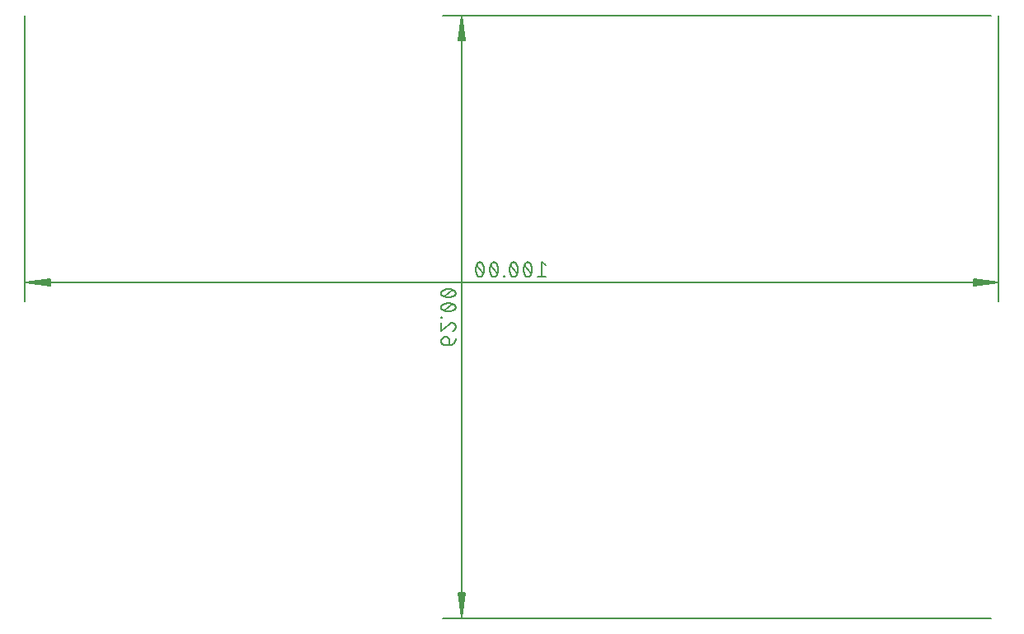
<source format=gbr>
G04 EAGLE Gerber RS-274X export*
G75*
%MOMM*%
%FSLAX34Y34*%
%LPD*%
%INSilkscreen Bottom*%
%IPPOS*%
%AMOC8*
5,1,8,0,0,1.08239X$1,22.5*%
G01*
%ADD10C,0.130000*%
%ADD11C,0.127000*%


D10*
X1000000Y620000D02*
X1000000Y325740D01*
X0Y325740D02*
X0Y620000D01*
X650Y345240D02*
X999350Y345240D01*
X974000Y348432D01*
X974000Y342048D01*
X999350Y345240D01*
X974000Y346540D01*
X974000Y343940D02*
X999350Y345240D01*
X974000Y347840D01*
X974000Y342640D02*
X999350Y345240D01*
X26000Y348432D02*
X650Y345240D01*
X26000Y348432D02*
X26000Y342048D01*
X650Y345240D01*
X26000Y346540D01*
X26000Y343940D02*
X650Y345240D01*
X26000Y347840D01*
X26000Y342640D02*
X650Y345240D01*
D11*
X530816Y366225D02*
X534979Y362895D01*
X530816Y366225D02*
X530816Y351239D01*
X526654Y351239D02*
X534979Y351239D01*
X520502Y358732D02*
X520498Y359027D01*
X520488Y359321D01*
X520470Y359616D01*
X520446Y359910D01*
X520414Y360203D01*
X520376Y360495D01*
X520330Y360786D01*
X520277Y361076D01*
X520218Y361365D01*
X520152Y361652D01*
X520079Y361938D01*
X519999Y362222D01*
X519912Y362504D01*
X519819Y362783D01*
X519719Y363061D01*
X519612Y363335D01*
X519499Y363608D01*
X519379Y363877D01*
X519253Y364144D01*
X519215Y364247D01*
X519174Y364348D01*
X519130Y364447D01*
X519082Y364546D01*
X519031Y364642D01*
X518976Y364736D01*
X518918Y364829D01*
X518857Y364919D01*
X518792Y365007D01*
X518725Y365093D01*
X518654Y365176D01*
X518581Y365257D01*
X518505Y365335D01*
X518426Y365411D01*
X518344Y365483D01*
X518260Y365553D01*
X518173Y365619D01*
X518085Y365683D01*
X517994Y365743D01*
X517900Y365800D01*
X517805Y365854D01*
X517708Y365904D01*
X517610Y365951D01*
X517510Y365994D01*
X517408Y366034D01*
X517305Y366070D01*
X517201Y366102D01*
X517095Y366131D01*
X516989Y366156D01*
X516882Y366177D01*
X516774Y366194D01*
X516666Y366208D01*
X516557Y366217D01*
X516448Y366223D01*
X516339Y366225D01*
X516230Y366223D01*
X516121Y366217D01*
X516012Y366208D01*
X515904Y366194D01*
X515796Y366177D01*
X515689Y366156D01*
X515582Y366131D01*
X515477Y366102D01*
X515373Y366070D01*
X515270Y366034D01*
X515168Y365994D01*
X515068Y365951D01*
X514969Y365904D01*
X514872Y365853D01*
X514777Y365800D01*
X514684Y365743D01*
X514593Y365682D01*
X514504Y365619D01*
X514418Y365552D01*
X514333Y365483D01*
X514252Y365410D01*
X514173Y365335D01*
X514097Y365257D01*
X514023Y365176D01*
X513953Y365093D01*
X513885Y365007D01*
X513820Y364919D01*
X513759Y364828D01*
X513701Y364736D01*
X513646Y364641D01*
X513595Y364545D01*
X513547Y364447D01*
X513503Y364347D01*
X513462Y364246D01*
X513425Y364143D01*
X513425Y364144D02*
X513299Y363877D01*
X513179Y363608D01*
X513066Y363335D01*
X512959Y363061D01*
X512859Y362783D01*
X512766Y362504D01*
X512679Y362222D01*
X512599Y361938D01*
X512526Y361652D01*
X512460Y361365D01*
X512401Y361076D01*
X512348Y360786D01*
X512302Y360495D01*
X512264Y360203D01*
X512232Y359910D01*
X512208Y359616D01*
X512190Y359321D01*
X512180Y359027D01*
X512176Y358732D01*
X520502Y358732D02*
X520498Y358437D01*
X520488Y358143D01*
X520470Y357848D01*
X520446Y357554D01*
X520414Y357261D01*
X520376Y356969D01*
X520330Y356678D01*
X520277Y356388D01*
X520218Y356099D01*
X520152Y355812D01*
X520079Y355526D01*
X519999Y355242D01*
X519912Y354960D01*
X519819Y354681D01*
X519719Y354403D01*
X519612Y354129D01*
X519499Y353856D01*
X519379Y353587D01*
X519253Y353320D01*
X519215Y353217D01*
X519174Y353116D01*
X519130Y353017D01*
X519082Y352918D01*
X519031Y352822D01*
X518976Y352728D01*
X518918Y352635D01*
X518857Y352545D01*
X518792Y352457D01*
X518725Y352371D01*
X518654Y352288D01*
X518581Y352207D01*
X518505Y352129D01*
X518426Y352053D01*
X518344Y351981D01*
X518260Y351911D01*
X518173Y351845D01*
X518085Y351781D01*
X517994Y351721D01*
X517900Y351664D01*
X517805Y351610D01*
X517708Y351560D01*
X517610Y351513D01*
X517510Y351470D01*
X517408Y351430D01*
X517305Y351394D01*
X517201Y351362D01*
X517095Y351333D01*
X516989Y351308D01*
X516882Y351287D01*
X516774Y351270D01*
X516666Y351256D01*
X516557Y351247D01*
X516448Y351241D01*
X516339Y351239D01*
X513425Y353320D02*
X513299Y353587D01*
X513179Y353856D01*
X513066Y354129D01*
X512959Y354403D01*
X512859Y354681D01*
X512766Y354960D01*
X512679Y355242D01*
X512599Y355526D01*
X512526Y355812D01*
X512460Y356099D01*
X512401Y356388D01*
X512348Y356678D01*
X512302Y356969D01*
X512264Y357261D01*
X512232Y357554D01*
X512208Y357848D01*
X512190Y358143D01*
X512180Y358437D01*
X512176Y358732D01*
X513425Y353321D02*
X513462Y353218D01*
X513503Y353117D01*
X513547Y353017D01*
X513595Y352919D01*
X513646Y352823D01*
X513701Y352728D01*
X513759Y352636D01*
X513820Y352545D01*
X513885Y352457D01*
X513953Y352371D01*
X514023Y352288D01*
X514097Y352207D01*
X514173Y352129D01*
X514252Y352054D01*
X514333Y351981D01*
X514418Y351912D01*
X514504Y351845D01*
X514593Y351782D01*
X514684Y351721D01*
X514777Y351664D01*
X514872Y351611D01*
X514969Y351560D01*
X515068Y351513D01*
X515168Y351470D01*
X515270Y351430D01*
X515373Y351394D01*
X515477Y351362D01*
X515582Y351333D01*
X515689Y351308D01*
X515796Y351287D01*
X515904Y351270D01*
X516012Y351256D01*
X516121Y351247D01*
X516230Y351241D01*
X516339Y351239D01*
X519669Y354569D02*
X513009Y362895D01*
X506025Y358732D02*
X506021Y359027D01*
X506011Y359321D01*
X505993Y359616D01*
X505969Y359910D01*
X505937Y360203D01*
X505899Y360495D01*
X505853Y360786D01*
X505800Y361076D01*
X505741Y361365D01*
X505675Y361652D01*
X505602Y361938D01*
X505522Y362222D01*
X505435Y362504D01*
X505342Y362783D01*
X505242Y363061D01*
X505135Y363335D01*
X505022Y363608D01*
X504902Y363877D01*
X504776Y364144D01*
X504738Y364247D01*
X504697Y364348D01*
X504653Y364447D01*
X504605Y364546D01*
X504554Y364642D01*
X504499Y364736D01*
X504441Y364829D01*
X504380Y364919D01*
X504315Y365007D01*
X504248Y365093D01*
X504177Y365176D01*
X504104Y365257D01*
X504028Y365335D01*
X503949Y365411D01*
X503867Y365483D01*
X503783Y365553D01*
X503696Y365619D01*
X503608Y365683D01*
X503517Y365743D01*
X503423Y365800D01*
X503328Y365854D01*
X503231Y365904D01*
X503133Y365951D01*
X503033Y365994D01*
X502931Y366034D01*
X502828Y366070D01*
X502724Y366102D01*
X502618Y366131D01*
X502512Y366156D01*
X502405Y366177D01*
X502297Y366194D01*
X502189Y366208D01*
X502080Y366217D01*
X501971Y366223D01*
X501862Y366225D01*
X501753Y366223D01*
X501644Y366217D01*
X501535Y366208D01*
X501427Y366194D01*
X501319Y366177D01*
X501212Y366156D01*
X501105Y366131D01*
X501000Y366102D01*
X500896Y366070D01*
X500793Y366034D01*
X500691Y365994D01*
X500591Y365951D01*
X500492Y365904D01*
X500395Y365853D01*
X500300Y365800D01*
X500207Y365743D01*
X500116Y365682D01*
X500027Y365619D01*
X499941Y365552D01*
X499856Y365483D01*
X499775Y365410D01*
X499696Y365335D01*
X499620Y365257D01*
X499546Y365176D01*
X499476Y365093D01*
X499408Y365007D01*
X499343Y364919D01*
X499282Y364828D01*
X499224Y364736D01*
X499169Y364641D01*
X499118Y364545D01*
X499070Y364447D01*
X499026Y364347D01*
X498985Y364246D01*
X498948Y364143D01*
X498948Y364144D02*
X498822Y363877D01*
X498702Y363608D01*
X498589Y363335D01*
X498482Y363061D01*
X498382Y362783D01*
X498289Y362504D01*
X498202Y362222D01*
X498122Y361938D01*
X498049Y361652D01*
X497983Y361365D01*
X497924Y361076D01*
X497871Y360786D01*
X497825Y360495D01*
X497787Y360203D01*
X497755Y359910D01*
X497731Y359616D01*
X497713Y359321D01*
X497703Y359027D01*
X497699Y358732D01*
X506025Y358732D02*
X506021Y358437D01*
X506011Y358143D01*
X505993Y357848D01*
X505969Y357554D01*
X505937Y357261D01*
X505899Y356969D01*
X505853Y356678D01*
X505800Y356388D01*
X505741Y356099D01*
X505675Y355812D01*
X505602Y355526D01*
X505522Y355242D01*
X505435Y354960D01*
X505342Y354681D01*
X505242Y354403D01*
X505135Y354129D01*
X505022Y353856D01*
X504902Y353587D01*
X504776Y353320D01*
X504738Y353217D01*
X504697Y353116D01*
X504653Y353017D01*
X504605Y352918D01*
X504554Y352822D01*
X504499Y352728D01*
X504441Y352635D01*
X504380Y352545D01*
X504315Y352457D01*
X504248Y352371D01*
X504177Y352288D01*
X504104Y352207D01*
X504028Y352129D01*
X503949Y352053D01*
X503867Y351981D01*
X503783Y351911D01*
X503696Y351845D01*
X503608Y351781D01*
X503517Y351721D01*
X503423Y351664D01*
X503328Y351610D01*
X503231Y351560D01*
X503133Y351513D01*
X503033Y351470D01*
X502931Y351430D01*
X502828Y351394D01*
X502724Y351362D01*
X502618Y351333D01*
X502512Y351308D01*
X502405Y351287D01*
X502297Y351270D01*
X502189Y351256D01*
X502080Y351247D01*
X501971Y351241D01*
X501862Y351239D01*
X498948Y353320D02*
X498822Y353587D01*
X498702Y353856D01*
X498589Y354129D01*
X498482Y354403D01*
X498382Y354681D01*
X498289Y354960D01*
X498202Y355242D01*
X498122Y355526D01*
X498049Y355812D01*
X497983Y356099D01*
X497924Y356388D01*
X497871Y356678D01*
X497825Y356969D01*
X497787Y357261D01*
X497755Y357554D01*
X497731Y357848D01*
X497713Y358143D01*
X497703Y358437D01*
X497699Y358732D01*
X498948Y353321D02*
X498985Y353218D01*
X499026Y353117D01*
X499070Y353017D01*
X499118Y352919D01*
X499169Y352823D01*
X499224Y352728D01*
X499282Y352636D01*
X499343Y352545D01*
X499408Y352457D01*
X499476Y352371D01*
X499546Y352288D01*
X499620Y352207D01*
X499696Y352129D01*
X499775Y352054D01*
X499856Y351981D01*
X499941Y351912D01*
X500027Y351845D01*
X500116Y351782D01*
X500207Y351721D01*
X500300Y351664D01*
X500395Y351611D01*
X500492Y351560D01*
X500591Y351513D01*
X500691Y351470D01*
X500793Y351430D01*
X500896Y351394D01*
X501000Y351362D01*
X501105Y351333D01*
X501212Y351308D01*
X501319Y351287D01*
X501427Y351270D01*
X501535Y351256D01*
X501644Y351247D01*
X501753Y351241D01*
X501862Y351239D01*
X505192Y354569D02*
X498532Y362895D01*
X492144Y352072D02*
X492144Y351239D01*
X492144Y352072D02*
X491312Y352072D01*
X491312Y351239D01*
X492144Y351239D01*
X485757Y358732D02*
X485753Y359027D01*
X485743Y359321D01*
X485725Y359616D01*
X485701Y359910D01*
X485669Y360203D01*
X485631Y360495D01*
X485585Y360786D01*
X485532Y361076D01*
X485473Y361365D01*
X485407Y361652D01*
X485334Y361938D01*
X485254Y362222D01*
X485167Y362504D01*
X485074Y362783D01*
X484974Y363061D01*
X484867Y363335D01*
X484754Y363608D01*
X484634Y363877D01*
X484508Y364144D01*
X484470Y364247D01*
X484429Y364348D01*
X484385Y364447D01*
X484337Y364546D01*
X484286Y364642D01*
X484231Y364736D01*
X484173Y364829D01*
X484112Y364919D01*
X484047Y365007D01*
X483980Y365093D01*
X483909Y365176D01*
X483836Y365257D01*
X483760Y365335D01*
X483681Y365411D01*
X483599Y365483D01*
X483515Y365553D01*
X483428Y365619D01*
X483340Y365683D01*
X483249Y365743D01*
X483155Y365800D01*
X483060Y365854D01*
X482963Y365904D01*
X482865Y365951D01*
X482765Y365994D01*
X482663Y366034D01*
X482560Y366070D01*
X482456Y366102D01*
X482350Y366131D01*
X482244Y366156D01*
X482137Y366177D01*
X482029Y366194D01*
X481921Y366208D01*
X481812Y366217D01*
X481703Y366223D01*
X481594Y366225D01*
X481485Y366223D01*
X481376Y366217D01*
X481267Y366208D01*
X481159Y366194D01*
X481051Y366177D01*
X480944Y366156D01*
X480837Y366131D01*
X480732Y366102D01*
X480628Y366070D01*
X480525Y366034D01*
X480423Y365994D01*
X480323Y365951D01*
X480224Y365904D01*
X480127Y365853D01*
X480032Y365800D01*
X479939Y365743D01*
X479848Y365682D01*
X479759Y365619D01*
X479673Y365552D01*
X479588Y365483D01*
X479507Y365410D01*
X479428Y365335D01*
X479352Y365257D01*
X479278Y365176D01*
X479208Y365093D01*
X479140Y365007D01*
X479075Y364919D01*
X479014Y364828D01*
X478956Y364736D01*
X478901Y364641D01*
X478850Y364545D01*
X478802Y364447D01*
X478758Y364347D01*
X478717Y364246D01*
X478680Y364143D01*
X478680Y364144D02*
X478554Y363877D01*
X478434Y363608D01*
X478321Y363335D01*
X478214Y363061D01*
X478114Y362783D01*
X478021Y362504D01*
X477934Y362222D01*
X477854Y361938D01*
X477781Y361652D01*
X477715Y361365D01*
X477656Y361076D01*
X477603Y360786D01*
X477557Y360495D01*
X477519Y360203D01*
X477487Y359910D01*
X477463Y359616D01*
X477445Y359321D01*
X477435Y359027D01*
X477431Y358732D01*
X485757Y358732D02*
X485753Y358437D01*
X485743Y358143D01*
X485725Y357848D01*
X485701Y357554D01*
X485669Y357261D01*
X485631Y356969D01*
X485585Y356678D01*
X485532Y356388D01*
X485473Y356099D01*
X485407Y355812D01*
X485334Y355526D01*
X485254Y355242D01*
X485167Y354960D01*
X485074Y354681D01*
X484974Y354403D01*
X484867Y354129D01*
X484754Y353856D01*
X484634Y353587D01*
X484508Y353320D01*
X484470Y353217D01*
X484429Y353116D01*
X484385Y353017D01*
X484337Y352918D01*
X484286Y352822D01*
X484231Y352728D01*
X484173Y352635D01*
X484112Y352545D01*
X484047Y352457D01*
X483980Y352371D01*
X483909Y352288D01*
X483836Y352207D01*
X483760Y352129D01*
X483681Y352053D01*
X483599Y351981D01*
X483515Y351911D01*
X483428Y351845D01*
X483340Y351781D01*
X483249Y351721D01*
X483155Y351664D01*
X483060Y351610D01*
X482963Y351560D01*
X482865Y351513D01*
X482765Y351470D01*
X482663Y351430D01*
X482560Y351394D01*
X482456Y351362D01*
X482350Y351333D01*
X482244Y351308D01*
X482137Y351287D01*
X482029Y351270D01*
X481921Y351256D01*
X481812Y351247D01*
X481703Y351241D01*
X481594Y351239D01*
X478680Y353320D02*
X478554Y353587D01*
X478434Y353856D01*
X478321Y354129D01*
X478214Y354403D01*
X478114Y354681D01*
X478021Y354960D01*
X477934Y355242D01*
X477854Y355526D01*
X477781Y355812D01*
X477715Y356099D01*
X477656Y356388D01*
X477603Y356678D01*
X477557Y356969D01*
X477519Y357261D01*
X477487Y357554D01*
X477463Y357848D01*
X477445Y358143D01*
X477435Y358437D01*
X477431Y358732D01*
X478680Y353321D02*
X478717Y353218D01*
X478758Y353117D01*
X478802Y353017D01*
X478850Y352919D01*
X478901Y352823D01*
X478956Y352728D01*
X479014Y352636D01*
X479075Y352545D01*
X479140Y352457D01*
X479208Y352371D01*
X479278Y352288D01*
X479352Y352207D01*
X479428Y352129D01*
X479507Y352054D01*
X479588Y351981D01*
X479673Y351912D01*
X479759Y351845D01*
X479848Y351782D01*
X479939Y351721D01*
X480032Y351664D01*
X480127Y351611D01*
X480224Y351560D01*
X480323Y351513D01*
X480423Y351470D01*
X480525Y351430D01*
X480628Y351394D01*
X480732Y351362D01*
X480837Y351333D01*
X480944Y351308D01*
X481051Y351287D01*
X481159Y351270D01*
X481267Y351256D01*
X481376Y351247D01*
X481485Y351241D01*
X481594Y351239D01*
X484924Y354569D02*
X478264Y362895D01*
X471280Y358732D02*
X471276Y359027D01*
X471266Y359321D01*
X471248Y359616D01*
X471224Y359910D01*
X471192Y360203D01*
X471154Y360495D01*
X471108Y360786D01*
X471055Y361076D01*
X470996Y361365D01*
X470930Y361652D01*
X470857Y361938D01*
X470777Y362222D01*
X470690Y362504D01*
X470597Y362783D01*
X470497Y363061D01*
X470390Y363335D01*
X470277Y363608D01*
X470157Y363877D01*
X470031Y364144D01*
X469993Y364247D01*
X469952Y364348D01*
X469908Y364447D01*
X469860Y364546D01*
X469809Y364642D01*
X469754Y364736D01*
X469696Y364829D01*
X469635Y364919D01*
X469570Y365007D01*
X469503Y365093D01*
X469432Y365176D01*
X469359Y365257D01*
X469283Y365335D01*
X469204Y365411D01*
X469122Y365483D01*
X469038Y365553D01*
X468951Y365619D01*
X468863Y365683D01*
X468772Y365743D01*
X468678Y365800D01*
X468583Y365854D01*
X468486Y365904D01*
X468388Y365951D01*
X468288Y365994D01*
X468186Y366034D01*
X468083Y366070D01*
X467979Y366102D01*
X467873Y366131D01*
X467767Y366156D01*
X467660Y366177D01*
X467552Y366194D01*
X467444Y366208D01*
X467335Y366217D01*
X467226Y366223D01*
X467117Y366225D01*
X467008Y366223D01*
X466899Y366217D01*
X466790Y366208D01*
X466682Y366194D01*
X466574Y366177D01*
X466467Y366156D01*
X466360Y366131D01*
X466255Y366102D01*
X466151Y366070D01*
X466048Y366034D01*
X465946Y365994D01*
X465846Y365951D01*
X465747Y365904D01*
X465650Y365853D01*
X465555Y365800D01*
X465462Y365743D01*
X465371Y365682D01*
X465282Y365619D01*
X465196Y365552D01*
X465111Y365483D01*
X465030Y365410D01*
X464951Y365335D01*
X464875Y365257D01*
X464801Y365176D01*
X464731Y365093D01*
X464663Y365007D01*
X464598Y364919D01*
X464537Y364828D01*
X464479Y364736D01*
X464424Y364641D01*
X464373Y364545D01*
X464325Y364447D01*
X464281Y364347D01*
X464240Y364246D01*
X464203Y364143D01*
X464203Y364144D02*
X464077Y363877D01*
X463957Y363608D01*
X463844Y363335D01*
X463737Y363061D01*
X463637Y362783D01*
X463544Y362504D01*
X463457Y362222D01*
X463377Y361938D01*
X463304Y361652D01*
X463238Y361365D01*
X463179Y361076D01*
X463126Y360786D01*
X463080Y360495D01*
X463042Y360203D01*
X463010Y359910D01*
X462986Y359616D01*
X462968Y359321D01*
X462958Y359027D01*
X462954Y358732D01*
X471280Y358732D02*
X471276Y358437D01*
X471266Y358143D01*
X471248Y357848D01*
X471224Y357554D01*
X471192Y357261D01*
X471154Y356969D01*
X471108Y356678D01*
X471055Y356388D01*
X470996Y356099D01*
X470930Y355812D01*
X470857Y355526D01*
X470777Y355242D01*
X470690Y354960D01*
X470597Y354681D01*
X470497Y354403D01*
X470390Y354129D01*
X470277Y353856D01*
X470157Y353587D01*
X470031Y353320D01*
X469993Y353217D01*
X469952Y353116D01*
X469908Y353017D01*
X469860Y352918D01*
X469809Y352822D01*
X469754Y352728D01*
X469696Y352635D01*
X469635Y352545D01*
X469570Y352457D01*
X469503Y352371D01*
X469432Y352288D01*
X469359Y352207D01*
X469283Y352129D01*
X469204Y352053D01*
X469122Y351981D01*
X469038Y351911D01*
X468951Y351845D01*
X468863Y351781D01*
X468772Y351721D01*
X468678Y351664D01*
X468583Y351610D01*
X468486Y351560D01*
X468388Y351513D01*
X468288Y351470D01*
X468186Y351430D01*
X468083Y351394D01*
X467979Y351362D01*
X467873Y351333D01*
X467767Y351308D01*
X467660Y351287D01*
X467552Y351270D01*
X467444Y351256D01*
X467335Y351247D01*
X467226Y351241D01*
X467117Y351239D01*
X464203Y353320D02*
X464077Y353587D01*
X463957Y353856D01*
X463844Y354129D01*
X463737Y354403D01*
X463637Y354681D01*
X463544Y354960D01*
X463457Y355242D01*
X463377Y355526D01*
X463304Y355812D01*
X463238Y356099D01*
X463179Y356388D01*
X463126Y356678D01*
X463080Y356969D01*
X463042Y357261D01*
X463010Y357554D01*
X462986Y357848D01*
X462968Y358143D01*
X462958Y358437D01*
X462954Y358732D01*
X464203Y353321D02*
X464240Y353218D01*
X464281Y353117D01*
X464325Y353017D01*
X464373Y352919D01*
X464424Y352823D01*
X464479Y352728D01*
X464537Y352636D01*
X464598Y352545D01*
X464663Y352457D01*
X464731Y352371D01*
X464801Y352288D01*
X464875Y352207D01*
X464951Y352129D01*
X465030Y352054D01*
X465111Y351981D01*
X465196Y351912D01*
X465282Y351845D01*
X465371Y351782D01*
X465462Y351721D01*
X465555Y351664D01*
X465650Y351611D01*
X465747Y351560D01*
X465846Y351513D01*
X465946Y351470D01*
X466048Y351430D01*
X466151Y351394D01*
X466255Y351362D01*
X466360Y351333D01*
X466467Y351308D01*
X466574Y351287D01*
X466682Y351270D01*
X466790Y351256D01*
X466899Y351247D01*
X467008Y351241D01*
X467117Y351239D01*
X470447Y354569D02*
X463787Y362895D01*
D10*
X428820Y0D02*
X992000Y0D01*
X992000Y620000D02*
X428820Y620000D01*
X448320Y619350D02*
X448320Y650D01*
X445128Y26000D01*
X451512Y26000D01*
X448320Y650D01*
X447020Y26000D01*
X449620Y26000D02*
X448320Y650D01*
X445720Y26000D01*
X450920Y26000D02*
X448320Y650D01*
X445128Y594000D02*
X448320Y619350D01*
X445128Y594000D02*
X451512Y594000D01*
X448320Y619350D01*
X447020Y594000D01*
X449620Y594000D02*
X448320Y619350D01*
X445720Y594000D01*
X450920Y594000D02*
X448320Y619350D01*
D11*
X435661Y285955D02*
X435661Y280960D01*
X435660Y285955D02*
X435658Y286069D01*
X435652Y286182D01*
X435643Y286296D01*
X435629Y286408D01*
X435612Y286521D01*
X435590Y286633D01*
X435565Y286743D01*
X435537Y286853D01*
X435504Y286962D01*
X435468Y287070D01*
X435428Y287177D01*
X435384Y287282D01*
X435337Y287385D01*
X435287Y287487D01*
X435233Y287587D01*
X435175Y287685D01*
X435114Y287781D01*
X435051Y287875D01*
X434983Y287967D01*
X434913Y288057D01*
X434840Y288143D01*
X434764Y288228D01*
X434685Y288310D01*
X434603Y288389D01*
X434518Y288465D01*
X434432Y288538D01*
X434342Y288608D01*
X434250Y288676D01*
X434156Y288739D01*
X434060Y288800D01*
X433962Y288858D01*
X433862Y288912D01*
X433760Y288962D01*
X433657Y289009D01*
X433552Y289053D01*
X433445Y289093D01*
X433337Y289129D01*
X433228Y289162D01*
X433118Y289190D01*
X433008Y289215D01*
X432896Y289237D01*
X432783Y289254D01*
X432671Y289268D01*
X432557Y289277D01*
X432444Y289283D01*
X432330Y289285D01*
X431498Y289285D01*
X431498Y289286D02*
X431370Y289284D01*
X431242Y289278D01*
X431114Y289268D01*
X430986Y289254D01*
X430859Y289237D01*
X430733Y289215D01*
X430607Y289190D01*
X430483Y289160D01*
X430359Y289127D01*
X430236Y289090D01*
X430114Y289049D01*
X429994Y289005D01*
X429875Y288957D01*
X429758Y288905D01*
X429642Y288850D01*
X429529Y288791D01*
X429417Y288728D01*
X429306Y288662D01*
X429199Y288593D01*
X429093Y288521D01*
X428989Y288445D01*
X428888Y288366D01*
X428789Y288284D01*
X428693Y288199D01*
X428600Y288112D01*
X428509Y288021D01*
X428422Y287928D01*
X428337Y287832D01*
X428255Y287733D01*
X428176Y287632D01*
X428100Y287528D01*
X428028Y287422D01*
X427959Y287315D01*
X427893Y287205D01*
X427830Y287092D01*
X427771Y286979D01*
X427716Y286863D01*
X427664Y286746D01*
X427616Y286627D01*
X427572Y286507D01*
X427531Y286385D01*
X427494Y286262D01*
X427461Y286138D01*
X427431Y286014D01*
X427406Y285888D01*
X427384Y285762D01*
X427367Y285635D01*
X427353Y285507D01*
X427343Y285379D01*
X427337Y285251D01*
X427335Y285123D01*
X427337Y284995D01*
X427343Y284867D01*
X427353Y284739D01*
X427367Y284611D01*
X427384Y284484D01*
X427406Y284358D01*
X427431Y284232D01*
X427461Y284108D01*
X427494Y283984D01*
X427531Y283861D01*
X427572Y283739D01*
X427616Y283619D01*
X427664Y283500D01*
X427716Y283383D01*
X427771Y283267D01*
X427830Y283154D01*
X427893Y283042D01*
X427959Y282931D01*
X428028Y282824D01*
X428100Y282718D01*
X428176Y282614D01*
X428255Y282513D01*
X428337Y282414D01*
X428422Y282318D01*
X428509Y282225D01*
X428600Y282134D01*
X428693Y282047D01*
X428789Y281962D01*
X428888Y281880D01*
X428989Y281801D01*
X429093Y281725D01*
X429199Y281653D01*
X429306Y281584D01*
X429417Y281518D01*
X429529Y281455D01*
X429642Y281396D01*
X429758Y281341D01*
X429875Y281289D01*
X429994Y281241D01*
X430114Y281197D01*
X430236Y281156D01*
X430359Y281119D01*
X430483Y281086D01*
X430607Y281056D01*
X430733Y281031D01*
X430859Y281009D01*
X430986Y280992D01*
X431114Y280978D01*
X431242Y280968D01*
X431370Y280962D01*
X431498Y280960D01*
X435661Y280960D01*
X435824Y280962D01*
X435988Y280968D01*
X436151Y280978D01*
X436314Y280992D01*
X436476Y281010D01*
X436638Y281032D01*
X436800Y281058D01*
X436960Y281088D01*
X437120Y281122D01*
X437279Y281160D01*
X437437Y281201D01*
X437594Y281247D01*
X437750Y281296D01*
X437905Y281349D01*
X438058Y281406D01*
X438210Y281467D01*
X438360Y281531D01*
X438509Y281599D01*
X438655Y281671D01*
X438800Y281746D01*
X438944Y281825D01*
X439085Y281908D01*
X439224Y281993D01*
X439361Y282082D01*
X439496Y282175D01*
X439628Y282271D01*
X439758Y282370D01*
X439886Y282472D01*
X440011Y282577D01*
X440134Y282685D01*
X440253Y282797D01*
X440370Y282911D01*
X440484Y283028D01*
X440596Y283147D01*
X440704Y283270D01*
X440809Y283395D01*
X440911Y283523D01*
X441010Y283653D01*
X441106Y283785D01*
X441199Y283920D01*
X441288Y284057D01*
X441373Y284196D01*
X441456Y284337D01*
X441535Y284480D01*
X441610Y284626D01*
X441682Y284772D01*
X441750Y284921D01*
X441814Y285071D01*
X441875Y285223D01*
X441932Y285376D01*
X441985Y285531D01*
X442034Y285687D01*
X442080Y285844D01*
X442121Y286002D01*
X442159Y286161D01*
X442193Y286321D01*
X442223Y286481D01*
X442249Y286643D01*
X442271Y286805D01*
X442289Y286967D01*
X442303Y287130D01*
X442313Y287293D01*
X442319Y287457D01*
X442321Y287620D01*
X442322Y300016D02*
X442320Y300136D01*
X442314Y300256D01*
X442305Y300376D01*
X442291Y300495D01*
X442274Y300614D01*
X442253Y300732D01*
X442228Y300850D01*
X442199Y300966D01*
X442167Y301082D01*
X442131Y301197D01*
X442091Y301310D01*
X442048Y301422D01*
X442001Y301533D01*
X441951Y301642D01*
X441897Y301749D01*
X441840Y301855D01*
X441779Y301958D01*
X441715Y302060D01*
X441648Y302160D01*
X441578Y302257D01*
X441505Y302352D01*
X441428Y302445D01*
X441349Y302535D01*
X441267Y302623D01*
X441182Y302708D01*
X441094Y302790D01*
X441004Y302869D01*
X440911Y302946D01*
X440816Y303019D01*
X440719Y303089D01*
X440619Y303156D01*
X440517Y303220D01*
X440414Y303281D01*
X440308Y303338D01*
X440201Y303392D01*
X440092Y303442D01*
X439981Y303489D01*
X439869Y303532D01*
X439756Y303572D01*
X439641Y303608D01*
X439525Y303640D01*
X439409Y303669D01*
X439291Y303694D01*
X439173Y303715D01*
X439054Y303732D01*
X438935Y303746D01*
X438815Y303755D01*
X438695Y303761D01*
X438575Y303763D01*
X442321Y300016D02*
X442319Y299878D01*
X442313Y299741D01*
X442303Y299604D01*
X442290Y299467D01*
X442272Y299331D01*
X442250Y299195D01*
X442225Y299059D01*
X442196Y298925D01*
X442163Y298792D01*
X442126Y298659D01*
X442085Y298528D01*
X442041Y298397D01*
X441993Y298269D01*
X441941Y298141D01*
X441885Y298015D01*
X441826Y297891D01*
X441764Y297768D01*
X441698Y297648D01*
X441629Y297529D01*
X441556Y297412D01*
X441480Y297298D01*
X441400Y297185D01*
X441318Y297075D01*
X441232Y296967D01*
X441144Y296862D01*
X441052Y296760D01*
X440958Y296660D01*
X440860Y296562D01*
X440760Y296468D01*
X440657Y296377D01*
X440552Y296288D01*
X440444Y296203D01*
X440334Y296120D01*
X440222Y296041D01*
X440107Y295965D01*
X439990Y295892D01*
X439871Y295823D01*
X439751Y295757D01*
X439628Y295695D01*
X439504Y295636D01*
X439378Y295581D01*
X439250Y295529D01*
X439121Y295481D01*
X438991Y295437D01*
X435661Y302514D02*
X435749Y302604D01*
X435840Y302690D01*
X435933Y302774D01*
X436029Y302855D01*
X436127Y302933D01*
X436227Y303007D01*
X436330Y303079D01*
X436435Y303147D01*
X436543Y303212D01*
X436652Y303274D01*
X436763Y303332D01*
X436876Y303387D01*
X436990Y303438D01*
X437106Y303485D01*
X437223Y303529D01*
X437342Y303569D01*
X437462Y303606D01*
X437583Y303639D01*
X437705Y303668D01*
X437827Y303693D01*
X437951Y303714D01*
X438075Y303732D01*
X438200Y303745D01*
X438325Y303755D01*
X438450Y303761D01*
X438575Y303763D01*
X435661Y302514D02*
X427335Y295437D01*
X427335Y303763D01*
X427335Y309318D02*
X428168Y309318D01*
X428168Y310150D01*
X427335Y310150D01*
X427335Y309318D01*
X434828Y315705D02*
X435123Y315709D01*
X435417Y315719D01*
X435712Y315737D01*
X436006Y315761D01*
X436299Y315793D01*
X436591Y315831D01*
X436882Y315877D01*
X437172Y315930D01*
X437461Y315989D01*
X437748Y316055D01*
X438034Y316128D01*
X438318Y316208D01*
X438600Y316295D01*
X438879Y316388D01*
X439157Y316488D01*
X439431Y316595D01*
X439704Y316708D01*
X439973Y316828D01*
X440240Y316954D01*
X440343Y316992D01*
X440444Y317033D01*
X440543Y317077D01*
X440642Y317125D01*
X440738Y317176D01*
X440832Y317231D01*
X440925Y317289D01*
X441015Y317350D01*
X441103Y317415D01*
X441189Y317482D01*
X441272Y317553D01*
X441353Y317626D01*
X441431Y317702D01*
X441507Y317781D01*
X441579Y317863D01*
X441649Y317947D01*
X441715Y318034D01*
X441779Y318122D01*
X441839Y318213D01*
X441896Y318307D01*
X441950Y318402D01*
X442000Y318499D01*
X442047Y318597D01*
X442090Y318697D01*
X442130Y318799D01*
X442166Y318902D01*
X442198Y319006D01*
X442227Y319112D01*
X442252Y319218D01*
X442273Y319325D01*
X442290Y319433D01*
X442304Y319541D01*
X442313Y319650D01*
X442319Y319759D01*
X442321Y319868D01*
X442319Y319977D01*
X442313Y320086D01*
X442304Y320195D01*
X442290Y320303D01*
X442273Y320411D01*
X442252Y320518D01*
X442227Y320624D01*
X442198Y320730D01*
X442166Y320834D01*
X442130Y320937D01*
X442090Y321039D01*
X442047Y321139D01*
X442000Y321237D01*
X441950Y321334D01*
X441896Y321429D01*
X441839Y321523D01*
X441779Y321614D01*
X441715Y321702D01*
X441649Y321789D01*
X441579Y321873D01*
X441507Y321955D01*
X441431Y322034D01*
X441353Y322110D01*
X441272Y322183D01*
X441189Y322254D01*
X441103Y322321D01*
X441015Y322386D01*
X440925Y322447D01*
X440832Y322505D01*
X440738Y322560D01*
X440642Y322611D01*
X440543Y322659D01*
X440444Y322703D01*
X440343Y322744D01*
X440240Y322782D01*
X439973Y322908D01*
X439704Y323028D01*
X439431Y323141D01*
X439157Y323248D01*
X438879Y323348D01*
X438600Y323441D01*
X438318Y323528D01*
X438034Y323608D01*
X437748Y323681D01*
X437461Y323747D01*
X437172Y323806D01*
X436882Y323859D01*
X436591Y323905D01*
X436299Y323943D01*
X436006Y323975D01*
X435712Y323999D01*
X435417Y324017D01*
X435123Y324027D01*
X434828Y324031D01*
X434828Y315705D02*
X434533Y315709D01*
X434239Y315719D01*
X433944Y315737D01*
X433650Y315761D01*
X433357Y315793D01*
X433065Y315831D01*
X432774Y315877D01*
X432484Y315930D01*
X432195Y315989D01*
X431908Y316055D01*
X431622Y316128D01*
X431338Y316208D01*
X431056Y316295D01*
X430777Y316388D01*
X430499Y316488D01*
X430225Y316595D01*
X429952Y316708D01*
X429683Y316828D01*
X429416Y316954D01*
X429313Y316992D01*
X429212Y317033D01*
X429113Y317077D01*
X429014Y317125D01*
X428918Y317176D01*
X428824Y317231D01*
X428731Y317289D01*
X428641Y317350D01*
X428553Y317415D01*
X428467Y317482D01*
X428384Y317553D01*
X428303Y317626D01*
X428225Y317702D01*
X428149Y317781D01*
X428077Y317863D01*
X428007Y317947D01*
X427941Y318034D01*
X427877Y318122D01*
X427817Y318213D01*
X427760Y318307D01*
X427706Y318402D01*
X427656Y318499D01*
X427609Y318597D01*
X427566Y318697D01*
X427526Y318799D01*
X427490Y318902D01*
X427458Y319006D01*
X427429Y319112D01*
X427404Y319218D01*
X427383Y319325D01*
X427366Y319433D01*
X427352Y319541D01*
X427343Y319650D01*
X427337Y319759D01*
X427335Y319868D01*
X429416Y322782D02*
X429683Y322908D01*
X429952Y323028D01*
X430225Y323141D01*
X430499Y323248D01*
X430777Y323348D01*
X431056Y323441D01*
X431338Y323528D01*
X431622Y323608D01*
X431908Y323681D01*
X432195Y323747D01*
X432484Y323806D01*
X432774Y323859D01*
X433065Y323905D01*
X433357Y323943D01*
X433650Y323975D01*
X433944Y323999D01*
X434239Y324017D01*
X434533Y324027D01*
X434828Y324031D01*
X429416Y322782D02*
X429313Y322744D01*
X429212Y322703D01*
X429113Y322659D01*
X429014Y322611D01*
X428918Y322560D01*
X428824Y322505D01*
X428731Y322447D01*
X428641Y322386D01*
X428553Y322321D01*
X428467Y322254D01*
X428384Y322183D01*
X428303Y322110D01*
X428225Y322034D01*
X428149Y321955D01*
X428077Y321873D01*
X428007Y321789D01*
X427941Y321702D01*
X427877Y321614D01*
X427817Y321522D01*
X427760Y321429D01*
X427706Y321334D01*
X427656Y321237D01*
X427609Y321139D01*
X427566Y321039D01*
X427526Y320937D01*
X427490Y320834D01*
X427458Y320730D01*
X427429Y320624D01*
X427404Y320518D01*
X427383Y320411D01*
X427366Y320303D01*
X427352Y320195D01*
X427343Y320086D01*
X427337Y319977D01*
X427335Y319868D01*
X430665Y316538D02*
X438991Y323198D01*
X434828Y330182D02*
X435123Y330186D01*
X435417Y330196D01*
X435712Y330214D01*
X436006Y330238D01*
X436299Y330270D01*
X436591Y330308D01*
X436882Y330354D01*
X437172Y330407D01*
X437461Y330466D01*
X437748Y330532D01*
X438034Y330605D01*
X438318Y330685D01*
X438600Y330772D01*
X438879Y330865D01*
X439157Y330965D01*
X439431Y331072D01*
X439704Y331185D01*
X439973Y331305D01*
X440240Y331431D01*
X440343Y331469D01*
X440444Y331510D01*
X440543Y331554D01*
X440642Y331602D01*
X440738Y331653D01*
X440832Y331708D01*
X440925Y331766D01*
X441015Y331827D01*
X441103Y331892D01*
X441189Y331959D01*
X441272Y332030D01*
X441353Y332103D01*
X441431Y332179D01*
X441507Y332258D01*
X441579Y332340D01*
X441649Y332424D01*
X441715Y332511D01*
X441779Y332599D01*
X441839Y332690D01*
X441896Y332784D01*
X441950Y332879D01*
X442000Y332976D01*
X442047Y333074D01*
X442090Y333174D01*
X442130Y333276D01*
X442166Y333379D01*
X442198Y333483D01*
X442227Y333589D01*
X442252Y333695D01*
X442273Y333802D01*
X442290Y333910D01*
X442304Y334018D01*
X442313Y334127D01*
X442319Y334236D01*
X442321Y334345D01*
X442319Y334454D01*
X442313Y334563D01*
X442304Y334672D01*
X442290Y334780D01*
X442273Y334888D01*
X442252Y334995D01*
X442227Y335101D01*
X442198Y335207D01*
X442166Y335311D01*
X442130Y335414D01*
X442090Y335516D01*
X442047Y335616D01*
X442000Y335714D01*
X441950Y335811D01*
X441896Y335906D01*
X441839Y336000D01*
X441779Y336091D01*
X441715Y336179D01*
X441649Y336266D01*
X441579Y336350D01*
X441507Y336432D01*
X441431Y336511D01*
X441353Y336587D01*
X441272Y336660D01*
X441189Y336731D01*
X441103Y336798D01*
X441015Y336863D01*
X440925Y336924D01*
X440832Y336982D01*
X440738Y337037D01*
X440642Y337088D01*
X440543Y337136D01*
X440444Y337180D01*
X440343Y337221D01*
X440240Y337259D01*
X439973Y337385D01*
X439704Y337505D01*
X439431Y337618D01*
X439157Y337725D01*
X438879Y337825D01*
X438600Y337918D01*
X438318Y338005D01*
X438034Y338085D01*
X437748Y338158D01*
X437461Y338224D01*
X437172Y338283D01*
X436882Y338336D01*
X436591Y338382D01*
X436299Y338420D01*
X436006Y338452D01*
X435712Y338476D01*
X435417Y338494D01*
X435123Y338504D01*
X434828Y338508D01*
X434828Y330182D02*
X434533Y330186D01*
X434239Y330196D01*
X433944Y330214D01*
X433650Y330238D01*
X433357Y330270D01*
X433065Y330308D01*
X432774Y330354D01*
X432484Y330407D01*
X432195Y330466D01*
X431908Y330532D01*
X431622Y330605D01*
X431338Y330685D01*
X431056Y330772D01*
X430777Y330865D01*
X430499Y330965D01*
X430225Y331072D01*
X429952Y331185D01*
X429683Y331305D01*
X429416Y331431D01*
X429313Y331469D01*
X429212Y331510D01*
X429113Y331554D01*
X429014Y331602D01*
X428918Y331653D01*
X428824Y331708D01*
X428731Y331766D01*
X428641Y331827D01*
X428553Y331892D01*
X428467Y331959D01*
X428384Y332030D01*
X428303Y332103D01*
X428225Y332179D01*
X428149Y332258D01*
X428077Y332340D01*
X428007Y332424D01*
X427941Y332511D01*
X427877Y332599D01*
X427817Y332690D01*
X427760Y332784D01*
X427706Y332879D01*
X427656Y332976D01*
X427609Y333074D01*
X427566Y333174D01*
X427526Y333276D01*
X427490Y333379D01*
X427458Y333483D01*
X427429Y333589D01*
X427404Y333695D01*
X427383Y333802D01*
X427366Y333910D01*
X427352Y334018D01*
X427343Y334127D01*
X427337Y334236D01*
X427335Y334345D01*
X429416Y337259D02*
X429683Y337385D01*
X429952Y337505D01*
X430225Y337618D01*
X430499Y337725D01*
X430777Y337825D01*
X431056Y337918D01*
X431338Y338005D01*
X431622Y338085D01*
X431908Y338158D01*
X432195Y338224D01*
X432484Y338283D01*
X432774Y338336D01*
X433065Y338382D01*
X433357Y338420D01*
X433650Y338452D01*
X433944Y338476D01*
X434239Y338494D01*
X434533Y338504D01*
X434828Y338508D01*
X429416Y337259D02*
X429313Y337221D01*
X429212Y337180D01*
X429113Y337136D01*
X429014Y337088D01*
X428918Y337037D01*
X428824Y336982D01*
X428731Y336924D01*
X428641Y336863D01*
X428553Y336798D01*
X428467Y336731D01*
X428384Y336660D01*
X428303Y336587D01*
X428225Y336511D01*
X428149Y336432D01*
X428077Y336350D01*
X428007Y336266D01*
X427941Y336179D01*
X427877Y336091D01*
X427817Y335999D01*
X427760Y335906D01*
X427706Y335811D01*
X427656Y335714D01*
X427609Y335616D01*
X427566Y335516D01*
X427526Y335414D01*
X427490Y335311D01*
X427458Y335207D01*
X427429Y335101D01*
X427404Y334995D01*
X427383Y334888D01*
X427366Y334780D01*
X427352Y334672D01*
X427343Y334563D01*
X427337Y334454D01*
X427335Y334345D01*
X430665Y331015D02*
X438991Y337675D01*
M02*

</source>
